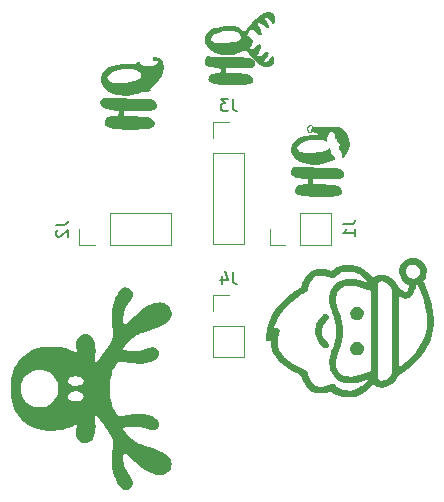
<source format=gbo>
G04 #@! TF.GenerationSoftware,KiCad,Pcbnew,8.0.6*
G04 #@! TF.CreationDate,2024-11-23T11:54:57+01:00*
G04 #@! TF.ProjectId,ChristmasTreeBrain,43687269-7374-46d6-9173-547265654272,rev?*
G04 #@! TF.SameCoordinates,Original*
G04 #@! TF.FileFunction,Legend,Bot*
G04 #@! TF.FilePolarity,Positive*
%FSLAX46Y46*%
G04 Gerber Fmt 4.6, Leading zero omitted, Abs format (unit mm)*
G04 Created by KiCad (PCBNEW 8.0.6) date 2024-11-23 11:54:57*
%MOMM*%
%LPD*%
G01*
G04 APERTURE LIST*
%ADD10C,0.150000*%
%ADD11C,0.000000*%
%ADD12C,0.120000*%
%ADD13C,2.100000*%
%ADD14C,1.750000*%
%ADD15O,2.000000X1.400000*%
%ADD16R,1.700000X1.700000*%
%ADD17O,1.700000X1.700000*%
G04 APERTURE END LIST*
D10*
X202521019Y-46077128D02*
X202521019Y-46791413D01*
X202521019Y-46791413D02*
X202568638Y-46934270D01*
X202568638Y-46934270D02*
X202663876Y-47029509D01*
X202663876Y-47029509D02*
X202806733Y-47077128D01*
X202806733Y-47077128D02*
X202901971Y-47077128D01*
X202140066Y-46077128D02*
X201521019Y-46077128D01*
X201521019Y-46077128D02*
X201854352Y-46458080D01*
X201854352Y-46458080D02*
X201711495Y-46458080D01*
X201711495Y-46458080D02*
X201616257Y-46505699D01*
X201616257Y-46505699D02*
X201568638Y-46553318D01*
X201568638Y-46553318D02*
X201521019Y-46648556D01*
X201521019Y-46648556D02*
X201521019Y-46886651D01*
X201521019Y-46886651D02*
X201568638Y-46981889D01*
X201568638Y-46981889D02*
X201616257Y-47029509D01*
X201616257Y-47029509D02*
X201711495Y-47077128D01*
X201711495Y-47077128D02*
X201997209Y-47077128D01*
X201997209Y-47077128D02*
X202092447Y-47029509D01*
X202092447Y-47029509D02*
X202140066Y-46981889D01*
X187554814Y-56746666D02*
X188269099Y-56746666D01*
X188269099Y-56746666D02*
X188411956Y-56699047D01*
X188411956Y-56699047D02*
X188507195Y-56603809D01*
X188507195Y-56603809D02*
X188554814Y-56460952D01*
X188554814Y-56460952D02*
X188554814Y-56365714D01*
X187650052Y-57175238D02*
X187602433Y-57222857D01*
X187602433Y-57222857D02*
X187554814Y-57318095D01*
X187554814Y-57318095D02*
X187554814Y-57556190D01*
X187554814Y-57556190D02*
X187602433Y-57651428D01*
X187602433Y-57651428D02*
X187650052Y-57699047D01*
X187650052Y-57699047D02*
X187745290Y-57746666D01*
X187745290Y-57746666D02*
X187840528Y-57746666D01*
X187840528Y-57746666D02*
X187983385Y-57699047D01*
X187983385Y-57699047D02*
X188554814Y-57127619D01*
X188554814Y-57127619D02*
X188554814Y-57746666D01*
X202521019Y-60727128D02*
X202521019Y-61441413D01*
X202521019Y-61441413D02*
X202568638Y-61584270D01*
X202568638Y-61584270D02*
X202663876Y-61679509D01*
X202663876Y-61679509D02*
X202806733Y-61727128D01*
X202806733Y-61727128D02*
X202901971Y-61727128D01*
X201616257Y-61060461D02*
X201616257Y-61727128D01*
X201854352Y-60679509D02*
X202092447Y-61393794D01*
X202092447Y-61393794D02*
X201473400Y-61393794D01*
X211854819Y-56686666D02*
X212569104Y-56686666D01*
X212569104Y-56686666D02*
X212711961Y-56639047D01*
X212711961Y-56639047D02*
X212807200Y-56543809D01*
X212807200Y-56543809D02*
X212854819Y-56400952D01*
X212854819Y-56400952D02*
X212854819Y-56305714D01*
X212854819Y-57686666D02*
X212854819Y-57115238D01*
X212854819Y-57400952D02*
X211854819Y-57400952D01*
X211854819Y-57400952D02*
X211997676Y-57305714D01*
X211997676Y-57305714D02*
X212092914Y-57210476D01*
X212092914Y-57210476D02*
X212140533Y-57115238D01*
D11*
G36*
X191857909Y-45975243D02*
G01*
X191876083Y-45977039D01*
X191991095Y-45984271D01*
X192176459Y-45992530D01*
X192421656Y-46001478D01*
X192716169Y-46010776D01*
X193049481Y-46020086D01*
X193411074Y-46029071D01*
X193790429Y-46037391D01*
X193860208Y-46038828D01*
X194341876Y-46049629D01*
X194747321Y-46061489D01*
X195083257Y-46076057D01*
X195356397Y-46094981D01*
X195573454Y-46119907D01*
X195741142Y-46152483D01*
X195866174Y-46194357D01*
X195955264Y-46247177D01*
X196015126Y-46312589D01*
X196052472Y-46392242D01*
X196074016Y-46487783D01*
X196086472Y-46600859D01*
X196092156Y-46682442D01*
X196088436Y-46785059D01*
X196058673Y-46851328D01*
X195993859Y-46911458D01*
X195938898Y-46949176D01*
X195846716Y-46992558D01*
X195727575Y-47026381D01*
X195572008Y-47051696D01*
X195370547Y-47069555D01*
X195113724Y-47081009D01*
X194792072Y-47087111D01*
X194396122Y-47088911D01*
X193329373Y-47088911D01*
X193329373Y-47319439D01*
X193329373Y-47549967D01*
X194031436Y-47550311D01*
X194329141Y-47552543D01*
X194731716Y-47565068D01*
X195062288Y-47589927D01*
X195327715Y-47628612D01*
X195534860Y-47682615D01*
X195690583Y-47753431D01*
X195801744Y-47842551D01*
X195875204Y-47951468D01*
X195882813Y-47967605D01*
X195919381Y-48066270D01*
X195919452Y-48154062D01*
X195884250Y-48274720D01*
X195856684Y-48347265D01*
X195808030Y-48424331D01*
X195729965Y-48476448D01*
X195596544Y-48526304D01*
X195570614Y-48534414D01*
X195370097Y-48578505D01*
X195103999Y-48614450D01*
X194787649Y-48641996D01*
X194436373Y-48660889D01*
X194065502Y-48670875D01*
X193690362Y-48671700D01*
X193326282Y-48663112D01*
X192988590Y-48644856D01*
X192692615Y-48616678D01*
X192453684Y-48578325D01*
X192235023Y-48524996D01*
X191996253Y-48443802D01*
X191827441Y-48354584D01*
X191735510Y-48260409D01*
X191713763Y-48200683D01*
X191704619Y-48048933D01*
X191736878Y-47884314D01*
X191805556Y-47743606D01*
X191822631Y-47721631D01*
X191916164Y-47639724D01*
X192045230Y-47586835D01*
X192225453Y-47558428D01*
X192472454Y-47549967D01*
X192818537Y-47549967D01*
X192847729Y-47337713D01*
X192857263Y-47259317D01*
X192864851Y-47156527D01*
X192861027Y-47109564D01*
X192827558Y-47101261D01*
X192725428Y-47086015D01*
X192572276Y-47067133D01*
X192385723Y-47046938D01*
X192226493Y-47027893D01*
X191893410Y-46962993D01*
X191638323Y-46871551D01*
X191459976Y-46753032D01*
X191357116Y-46606898D01*
X191347697Y-46582001D01*
X191323662Y-46395963D01*
X191376815Y-46189784D01*
X191426773Y-46094973D01*
X191522882Y-46005549D01*
X191661096Y-45968092D01*
X191857909Y-45975243D01*
G37*
G36*
X196072511Y-42516638D02*
G01*
X196090862Y-42534385D01*
X196169529Y-42585366D01*
X196282914Y-42645324D01*
X196406529Y-42719085D01*
X196497287Y-42815833D01*
X196581524Y-42964379D01*
X196638683Y-43091511D01*
X196670846Y-43204624D01*
X196680417Y-43331374D01*
X196673278Y-43506504D01*
X196631285Y-43785291D01*
X196511360Y-44117354D01*
X196313587Y-44438721D01*
X196034979Y-44755236D01*
X195957027Y-44831373D01*
X195810491Y-44970531D01*
X195680472Y-45089329D01*
X195588194Y-45168155D01*
X195446040Y-45280238D01*
X195571782Y-45329950D01*
X195648353Y-45363417D01*
X195663281Y-45387688D01*
X195613697Y-45414014D01*
X195604718Y-45417437D01*
X195506828Y-45438926D01*
X195383429Y-45449288D01*
X195261671Y-45448537D01*
X195168705Y-45436689D01*
X195131683Y-45413757D01*
X195128928Y-45407249D01*
X195082029Y-45411223D01*
X194995462Y-45451926D01*
X194970770Y-45465132D01*
X194848341Y-45519483D01*
X194682894Y-45583004D01*
X194502971Y-45644534D01*
X194335570Y-45690112D01*
X194012978Y-45747831D01*
X193659689Y-45781636D01*
X193303051Y-45790282D01*
X192970409Y-45772523D01*
X192735725Y-45734639D01*
X192689112Y-45727115D01*
X192349188Y-45619268D01*
X192014127Y-45447483D01*
X191741118Y-45227597D01*
X191534498Y-44963201D01*
X191398601Y-44657888D01*
X191379337Y-44580963D01*
X191366597Y-44322555D01*
X191380669Y-44257342D01*
X191904044Y-44257342D01*
X191919480Y-44382620D01*
X192017149Y-44502293D01*
X192197832Y-44620327D01*
X192271644Y-44657150D01*
X192350113Y-44685943D01*
X192441862Y-44704069D01*
X192564522Y-44713709D01*
X192735725Y-44717047D01*
X192973103Y-44716262D01*
X193137224Y-44712672D01*
X193509177Y-44687011D01*
X193854522Y-44639410D01*
X194161893Y-44572639D01*
X194419923Y-44489470D01*
X194617249Y-44392671D01*
X194742502Y-44285014D01*
X194785902Y-44196359D01*
X194783609Y-44057173D01*
X194713021Y-43912189D01*
X194580751Y-43773390D01*
X194393415Y-43652756D01*
X194308593Y-43616855D01*
X194078501Y-43559153D01*
X193802389Y-43528766D01*
X193503182Y-43526388D01*
X193203804Y-43552710D01*
X192927183Y-43608427D01*
X192840865Y-43632622D01*
X192583920Y-43714309D01*
X192384393Y-43797866D01*
X192222209Y-43892738D01*
X192077295Y-44008373D01*
X191970059Y-44122490D01*
X191904044Y-44257342D01*
X191380669Y-44257342D01*
X191423035Y-44061013D01*
X191542107Y-43817771D01*
X191717267Y-43614260D01*
X191801834Y-43547420D01*
X192063549Y-43397834D01*
X192387951Y-43274992D01*
X192762012Y-43182424D01*
X193172709Y-43123659D01*
X193607014Y-43102225D01*
X193776248Y-43103441D01*
X193945553Y-43108874D01*
X194068852Y-43117699D01*
X194127239Y-43128945D01*
X194162515Y-43133270D01*
X194222839Y-43091407D01*
X194240574Y-43073228D01*
X194329926Y-43015853D01*
X194450578Y-42963327D01*
X194514321Y-42941551D01*
X194592006Y-42921656D01*
X194623070Y-42934429D01*
X194628713Y-42982103D01*
X194640461Y-43027356D01*
X194720737Y-43105222D01*
X194879367Y-43180847D01*
X195119086Y-43255758D01*
X195196089Y-43275081D01*
X195473243Y-43317178D01*
X195707205Y-43299476D01*
X195913134Y-43219176D01*
X196106188Y-43073479D01*
X196112117Y-43067810D01*
X196183649Y-42972904D01*
X196218447Y-42876538D01*
X196212315Y-42801793D01*
X196161055Y-42771750D01*
X196135397Y-42775097D01*
X196074753Y-42813664D01*
X196065140Y-42825127D01*
X195989728Y-42852760D01*
X195890821Y-42845698D01*
X195810693Y-42805281D01*
X195772439Y-42738002D01*
X195765746Y-42624400D01*
X195810693Y-42528647D01*
X195826875Y-42515433D01*
X195914349Y-42483692D01*
X196010308Y-42483448D01*
X196072511Y-42516638D01*
G37*
G36*
X200908596Y-42501457D02*
G01*
X201049253Y-42510742D01*
X201286572Y-42521915D01*
X201568272Y-42531537D01*
X201876855Y-42539118D01*
X202194827Y-42544167D01*
X202504690Y-42546194D01*
X202750955Y-42547005D01*
X203123967Y-42551289D01*
X203432656Y-42560162D01*
X203683932Y-42574723D01*
X203884705Y-42596070D01*
X204041882Y-42625299D01*
X204162375Y-42663510D01*
X204253092Y-42711800D01*
X204320944Y-42771266D01*
X204372838Y-42843006D01*
X204414944Y-42940817D01*
X204437084Y-43089822D01*
X204417445Y-43229100D01*
X204356908Y-43331645D01*
X204314335Y-43364779D01*
X204238962Y-43402005D01*
X204136025Y-43431151D01*
X203997586Y-43453076D01*
X203815703Y-43468636D01*
X203582437Y-43478690D01*
X203289850Y-43484093D01*
X202929999Y-43485704D01*
X201953481Y-43485704D01*
X201953481Y-43692667D01*
X201953481Y-43899629D01*
X202564963Y-43899938D01*
X202802692Y-43901538D01*
X203182550Y-43912701D01*
X203495509Y-43935803D01*
X203746578Y-43972361D01*
X203940767Y-44023893D01*
X204083083Y-44091915D01*
X204178537Y-44177946D01*
X204232135Y-44283503D01*
X204248889Y-44410103D01*
X204244291Y-44516718D01*
X204212743Y-44637701D01*
X204140270Y-44719068D01*
X204014133Y-44780946D01*
X203926189Y-44809440D01*
X203771933Y-44843669D01*
X203580553Y-44869480D01*
X203344466Y-44887390D01*
X203056091Y-44897921D01*
X202707845Y-44901590D01*
X202292148Y-44898919D01*
X202268163Y-44898613D01*
X201943426Y-44893180D01*
X201683260Y-44885804D01*
X201477650Y-44875867D01*
X201316580Y-44862749D01*
X201190035Y-44845832D01*
X201088000Y-44824497D01*
X200963822Y-44790642D01*
X200745636Y-44713763D01*
X200594244Y-44628160D01*
X200503848Y-44528478D01*
X200468652Y-44409360D01*
X200482858Y-44265452D01*
X200498117Y-44207221D01*
X200547440Y-44090054D01*
X200622572Y-44007796D01*
X200735795Y-43953482D01*
X200899388Y-43920145D01*
X201125629Y-43900819D01*
X201483111Y-43880815D01*
X201494299Y-43688611D01*
X201505488Y-43496407D01*
X201212077Y-43469822D01*
X201072502Y-43455440D01*
X200752615Y-43404942D01*
X200503000Y-43335858D01*
X200321558Y-43247496D01*
X200206190Y-43139168D01*
X200193436Y-43117056D01*
X200160235Y-43008805D01*
X200147259Y-42875850D01*
X200151525Y-42785268D01*
X200181975Y-42677188D01*
X200253906Y-42577310D01*
X200360554Y-42457951D01*
X200908596Y-42501457D01*
G37*
G36*
X205670104Y-38724438D02*
G01*
X205846204Y-38795353D01*
X205979256Y-38920567D01*
X206063391Y-39096831D01*
X206092740Y-39320896D01*
X206092178Y-39365861D01*
X206075587Y-39542026D01*
X206038598Y-39660129D01*
X205984736Y-39715936D01*
X205917527Y-39705214D01*
X205840497Y-39623731D01*
X205804308Y-39573080D01*
X205689650Y-39434043D01*
X205567884Y-39310882D01*
X205455345Y-39219142D01*
X205368370Y-39174373D01*
X205311143Y-39167342D01*
X205267560Y-39193612D01*
X205280730Y-39266774D01*
X205350535Y-39388230D01*
X205457317Y-39553908D01*
X205542584Y-39708158D01*
X205589318Y-39829818D01*
X205603555Y-39931854D01*
X205600250Y-39999101D01*
X205576796Y-40049412D01*
X205518622Y-40061407D01*
X205518060Y-40061404D01*
X205446801Y-40037833D01*
X205342352Y-39977009D01*
X205227115Y-39891956D01*
X205145204Y-39826931D01*
X204956699Y-39698608D01*
X204807866Y-39632495D01*
X204699472Y-39628975D01*
X204681541Y-39635440D01*
X204633357Y-39676729D01*
X204640327Y-39745901D01*
X204702610Y-39854444D01*
X204816878Y-40039808D01*
X204908996Y-40235810D01*
X204956732Y-40404678D01*
X204957624Y-40537248D01*
X204909213Y-40624353D01*
X204886969Y-40639643D01*
X204822937Y-40651918D01*
X204739932Y-40622203D01*
X204627754Y-40545621D01*
X204476202Y-40417292D01*
X204374521Y-40331610D01*
X204242803Y-40242263D01*
X204150498Y-40211926D01*
X204121583Y-40215070D01*
X204013221Y-40270127D01*
X203894166Y-40388293D01*
X203772121Y-40562432D01*
X203690465Y-40697262D01*
X203822386Y-40740799D01*
X204002834Y-40827375D01*
X204142200Y-40957665D01*
X204219863Y-41114902D01*
X204232951Y-41287970D01*
X204178593Y-41465749D01*
X204053916Y-41637122D01*
X204003107Y-41693788D01*
X203968417Y-41764742D01*
X204001478Y-41812951D01*
X204104960Y-41849524D01*
X204122393Y-41853265D01*
X204190845Y-41851210D01*
X204265652Y-41812478D01*
X204368367Y-41727044D01*
X204529722Y-41590214D01*
X204678387Y-41490257D01*
X204791436Y-41450235D01*
X204872512Y-41468957D01*
X204925256Y-41545236D01*
X204942128Y-41645707D01*
X204916000Y-41776623D01*
X204840264Y-41939012D01*
X204711602Y-42142142D01*
X204624891Y-42272572D01*
X204579053Y-42356356D01*
X204568910Y-42405929D01*
X204589182Y-42433876D01*
X204592356Y-42435856D01*
X204671340Y-42466548D01*
X204761882Y-42461413D01*
X204874562Y-42416273D01*
X205019962Y-42326950D01*
X205208665Y-42189265D01*
X205340266Y-42103656D01*
X205450799Y-42066364D01*
X205521552Y-42084701D01*
X205550422Y-42153099D01*
X205535310Y-42265992D01*
X205474115Y-42417811D01*
X205364736Y-42602988D01*
X205272359Y-42745841D01*
X205211032Y-42858064D01*
X205194266Y-42923895D01*
X205220610Y-42949790D01*
X205288618Y-42942203D01*
X205373321Y-42912330D01*
X205471003Y-42850154D01*
X205578513Y-42747761D01*
X205710438Y-42593076D01*
X205713586Y-42589183D01*
X205800644Y-42490958D01*
X205873762Y-42424760D01*
X205917401Y-42404729D01*
X205940083Y-42420085D01*
X205985328Y-42496278D01*
X206021119Y-42611315D01*
X206040879Y-42740430D01*
X206038030Y-42858860D01*
X206034672Y-42877883D01*
X205996564Y-43015073D01*
X205942247Y-43146987D01*
X205911096Y-43198829D01*
X205787696Y-43316022D01*
X205624998Y-43383666D01*
X205434873Y-43402924D01*
X205229194Y-43374956D01*
X205019832Y-43300926D01*
X204818658Y-43181993D01*
X204637545Y-43019321D01*
X204569759Y-42945438D01*
X204455834Y-42822669D01*
X204321153Y-42678532D01*
X204182504Y-42531038D01*
X204064107Y-42402641D01*
X203938452Y-42260172D01*
X203835787Y-42137211D01*
X203770867Y-42050965D01*
X203748816Y-42019101D01*
X203679911Y-41944251D01*
X203632211Y-41936899D01*
X203629457Y-41938959D01*
X203549569Y-41982890D01*
X203418393Y-42040407D01*
X203255598Y-42104130D01*
X203080855Y-42166681D01*
X202913835Y-42220680D01*
X202774208Y-42258750D01*
X202508297Y-42310250D01*
X202098155Y-42349241D01*
X201709996Y-42337401D01*
X201596000Y-42318277D01*
X201350227Y-42277047D01*
X201025253Y-42170494D01*
X200741481Y-42020059D01*
X200505315Y-41828057D01*
X200323161Y-41596804D01*
X200201427Y-41328616D01*
X200157401Y-41100290D01*
X200169035Y-40958486D01*
X200674776Y-40958486D01*
X200698730Y-41078717D01*
X200795699Y-41190724D01*
X200964836Y-41291784D01*
X201008644Y-41309654D01*
X201097025Y-41332724D01*
X201214044Y-41346883D01*
X201375203Y-41353673D01*
X201596000Y-41354640D01*
X201708426Y-41352921D01*
X202084194Y-41330419D01*
X202425232Y-41283868D01*
X202721818Y-41215365D01*
X202964234Y-41127008D01*
X203142757Y-41020894D01*
X203170416Y-40996524D01*
X203239702Y-40886023D01*
X203240698Y-40763788D01*
X203176649Y-40637111D01*
X203050799Y-40513284D01*
X202866391Y-40399601D01*
X202860067Y-40396492D01*
X202668965Y-40332692D01*
X202428840Y-40296382D01*
X202160176Y-40288230D01*
X201883458Y-40308900D01*
X201619171Y-40359059D01*
X201593383Y-40365843D01*
X201264152Y-40473214D01*
X200996484Y-40602243D01*
X200796370Y-40750082D01*
X200724681Y-40832751D01*
X200674776Y-40958486D01*
X200169035Y-40958486D01*
X200177391Y-40856643D01*
X200270940Y-40628413D01*
X200437815Y-40416497D01*
X200465525Y-40389248D01*
X200609132Y-40266181D01*
X200761545Y-40172412D01*
X200944848Y-40096348D01*
X201181127Y-40026400D01*
X201488661Y-39956981D01*
X201896215Y-39900965D01*
X202276681Y-39890587D01*
X202622903Y-39924997D01*
X202927727Y-40003343D01*
X203184001Y-40124776D01*
X203384569Y-40288443D01*
X203522883Y-40438264D01*
X203666733Y-40202799D01*
X203704048Y-40147220D01*
X203813629Y-40007481D01*
X203965730Y-39832602D01*
X204151515Y-39632562D01*
X204362150Y-39417339D01*
X204463872Y-39316269D01*
X204636208Y-39148002D01*
X204771033Y-39022352D01*
X204878004Y-38931374D01*
X204966775Y-38867125D01*
X205047003Y-38821662D01*
X205128344Y-38787043D01*
X205212243Y-38758502D01*
X205456828Y-38711071D01*
X205670104Y-38724438D01*
G37*
G36*
X207929274Y-51821080D02*
G01*
X207938869Y-51823863D01*
X208015787Y-51831955D01*
X208160157Y-51840567D01*
X208363265Y-51849387D01*
X208616397Y-51858102D01*
X208910839Y-51866401D01*
X209237879Y-51873973D01*
X209588802Y-51880504D01*
X209918960Y-51886338D01*
X210327763Y-51895311D01*
X210669126Y-51905570D01*
X210950070Y-51917704D01*
X211177614Y-51932304D01*
X211358778Y-51949958D01*
X211500580Y-51971258D01*
X211610042Y-51996792D01*
X211694182Y-52027151D01*
X211760021Y-52062924D01*
X211857808Y-52154222D01*
X211935141Y-52293666D01*
X211968883Y-52446947D01*
X211954473Y-52591133D01*
X211887352Y-52703292D01*
X211885034Y-52705436D01*
X211823639Y-52751370D01*
X211744518Y-52788017D01*
X211638870Y-52816353D01*
X211497893Y-52837351D01*
X211312786Y-52851987D01*
X211074746Y-52861234D01*
X210774974Y-52866068D01*
X210404666Y-52867462D01*
X209350677Y-52867462D01*
X209347370Y-52996447D01*
X209342396Y-53109255D01*
X209334159Y-53214728D01*
X209332232Y-53236255D01*
X209337030Y-53264722D01*
X209362236Y-53283979D01*
X209419645Y-53295945D01*
X209521048Y-53302539D01*
X209678240Y-53305681D01*
X209903013Y-53307289D01*
X209979798Y-53307831D01*
X210188688Y-53310419D01*
X210370035Y-53314223D01*
X210506562Y-53318823D01*
X210580990Y-53323798D01*
X210587006Y-53324573D01*
X210681311Y-53334354D01*
X210823474Y-53346828D01*
X210985165Y-53359494D01*
X211182306Y-53381769D01*
X211435401Y-53444576D01*
X211617670Y-53541797D01*
X211729860Y-53674105D01*
X211772718Y-53842174D01*
X211746990Y-54046678D01*
X211713396Y-54112222D01*
X211614507Y-54191138D01*
X211452838Y-54255157D01*
X211225790Y-54304667D01*
X210930763Y-54340057D01*
X210565159Y-54361713D01*
X210126379Y-54370024D01*
X209611824Y-54365378D01*
X209482487Y-54362541D01*
X209114940Y-54350356D01*
X208813508Y-54332249D01*
X208568145Y-54306595D01*
X208368807Y-54271769D01*
X208205448Y-54226147D01*
X208068022Y-54168103D01*
X207946484Y-54096012D01*
X207935092Y-54088197D01*
X207848867Y-54017277D01*
X207811418Y-53941800D01*
X207803136Y-53824647D01*
X207805666Y-53754482D01*
X207844752Y-53582363D01*
X207935365Y-53454991D01*
X208083014Y-53368632D01*
X208293207Y-53319555D01*
X208571454Y-53304025D01*
X208874427Y-53304025D01*
X208874427Y-53094368D01*
X208874427Y-52884711D01*
X208440366Y-52838578D01*
X208154238Y-52797696D01*
X207870996Y-52727019D01*
X207660072Y-52633957D01*
X207523596Y-52519253D01*
X207481521Y-52450556D01*
X207443473Y-52298493D01*
X207456568Y-52137883D01*
X207514423Y-51989644D01*
X207610650Y-51874698D01*
X207738866Y-51813963D01*
X207750861Y-51811869D01*
X207857180Y-51805593D01*
X207929274Y-51821080D01*
G37*
G36*
X209234871Y-48250332D02*
G01*
X209292479Y-48354155D01*
X209314592Y-48442306D01*
X210414119Y-48442306D01*
X211513646Y-48442306D01*
X211751767Y-48561369D01*
X211963945Y-48700979D01*
X212157251Y-48915114D01*
X212298396Y-49184902D01*
X212385461Y-49506546D01*
X212416527Y-49876250D01*
X212414171Y-50037932D01*
X212398745Y-50178539D01*
X212363021Y-50304935D01*
X212299992Y-50451719D01*
X212279094Y-50493666D01*
X212203053Y-50621031D01*
X212111965Y-50747995D01*
X212014821Y-50865575D01*
X211920616Y-50964784D01*
X211838340Y-51036639D01*
X211776986Y-51072155D01*
X211745547Y-51062347D01*
X211753015Y-50998230D01*
X211767748Y-50917377D01*
X211754563Y-50746435D01*
X211697374Y-50570900D01*
X211604583Y-50423313D01*
X211585101Y-50400875D01*
X211522454Y-50316972D01*
X211506374Y-50254304D01*
X211527891Y-50184995D01*
X211559022Y-50093108D01*
X211569846Y-49946365D01*
X211537467Y-49817992D01*
X211468069Y-49727016D01*
X211367833Y-49692462D01*
X211347995Y-49691474D01*
X211311328Y-49666217D01*
X211319365Y-49590813D01*
X211324701Y-49567119D01*
X211320005Y-49499437D01*
X211260590Y-49467122D01*
X211251795Y-49464652D01*
X211203975Y-49435803D01*
X211181751Y-49372762D01*
X211176302Y-49253139D01*
X211165407Y-49076573D01*
X211125466Y-48949471D01*
X211050684Y-48880076D01*
X210935335Y-48859025D01*
X210892010Y-48860487D01*
X210781912Y-48891207D01*
X210687274Y-48976929D01*
X210630348Y-49067159D01*
X210565222Y-49230922D01*
X210519115Y-49417578D01*
X210501615Y-49595197D01*
X210498036Y-49658450D01*
X210486816Y-49692462D01*
X210465544Y-49685339D01*
X210388785Y-49653020D01*
X210278457Y-49603439D01*
X210207952Y-49573484D01*
X210109197Y-49543353D01*
X209993575Y-49525342D01*
X209840276Y-49516594D01*
X209628490Y-49514253D01*
X209442008Y-49518439D01*
X209071131Y-49559456D01*
X208730991Y-49649014D01*
X208395606Y-49792984D01*
X208309600Y-49843908D01*
X208184153Y-49939580D01*
X208072430Y-50046025D01*
X207992296Y-50145633D01*
X207961615Y-50220794D01*
X207962405Y-50233925D01*
X208007066Y-50334251D01*
X208108878Y-50439982D01*
X208251972Y-50533999D01*
X208373472Y-50580137D01*
X208586326Y-50620538D01*
X208844029Y-50638783D01*
X209131117Y-50636514D01*
X209432127Y-50615372D01*
X209731594Y-50577002D01*
X210014055Y-50523046D01*
X210264047Y-50455145D01*
X210466104Y-50374943D01*
X210604764Y-50284083D01*
X210611082Y-50278153D01*
X210676242Y-50224049D01*
X210721586Y-50222272D01*
X210781801Y-50270079D01*
X210841436Y-50354599D01*
X210841935Y-50465122D01*
X210838539Y-50527279D01*
X210875856Y-50669932D01*
X210959764Y-50800768D01*
X211073192Y-50888536D01*
X211147112Y-50949246D01*
X211184475Y-51067167D01*
X211187471Y-51094880D01*
X211186315Y-51159365D01*
X211157982Y-51206612D01*
X211087423Y-51253269D01*
X210959592Y-51315986D01*
X210861957Y-51360430D01*
X210452166Y-51512267D01*
X210040957Y-51612607D01*
X209635643Y-51663194D01*
X209243536Y-51665774D01*
X208871946Y-51622092D01*
X208528188Y-51533893D01*
X208219571Y-51402921D01*
X207953409Y-51230922D01*
X207737013Y-51019641D01*
X207577696Y-50770823D01*
X207482768Y-50486212D01*
X207467552Y-50296205D01*
X207512066Y-50047691D01*
X207623732Y-49812187D01*
X207795950Y-49602598D01*
X208022121Y-49431824D01*
X208082559Y-49399860D01*
X208283894Y-49319808D01*
X208536420Y-49245928D01*
X208819878Y-49182974D01*
X209114011Y-49135698D01*
X209398561Y-49108854D01*
X209823476Y-49085441D01*
X209537467Y-48942190D01*
X209523297Y-48935124D01*
X209368182Y-48863983D01*
X209274650Y-48835632D01*
X209238632Y-48848799D01*
X209204033Y-48888409D01*
X209122690Y-48924539D01*
X209086848Y-48931282D01*
X209070202Y-48928140D01*
X209007774Y-48916358D01*
X208927157Y-48842978D01*
X208925828Y-48841424D01*
X208849325Y-48696200D01*
X208846974Y-48651936D01*
X208922858Y-48651936D01*
X208990673Y-48785175D01*
X209015964Y-48814430D01*
X209070202Y-48852099D01*
X209116730Y-48830203D01*
X209141208Y-48786153D01*
X209171962Y-48681354D01*
X209195771Y-48552568D01*
X209207138Y-48431328D01*
X209200569Y-48349168D01*
X209199177Y-48345261D01*
X209153188Y-48305280D01*
X209080526Y-48327641D01*
X208996371Y-48407971D01*
X208934307Y-48515044D01*
X208922858Y-48651936D01*
X208846974Y-48651936D01*
X208840823Y-48536100D01*
X208897290Y-48381357D01*
X209015693Y-48252205D01*
X209033235Y-48240308D01*
X209141921Y-48209976D01*
X209234871Y-48250332D01*
G37*
G36*
X218017871Y-59536208D02*
G01*
X218236149Y-59601382D01*
X218440271Y-59709570D01*
X218623253Y-59860797D01*
X218778110Y-60055087D01*
X218785846Y-60067335D01*
X218887525Y-60280338D01*
X218943785Y-60511650D01*
X218955056Y-60750633D01*
X218921770Y-60986643D01*
X218844360Y-61209042D01*
X218723257Y-61407188D01*
X218655169Y-61494188D01*
X218763964Y-61710570D01*
X218837791Y-61862702D01*
X219052363Y-62376493D01*
X219232343Y-62925272D01*
X219375631Y-63500986D01*
X219480126Y-64095583D01*
X219543728Y-64701009D01*
X219549193Y-64789116D01*
X219553506Y-65231847D01*
X219515506Y-65650008D01*
X219433077Y-66051930D01*
X219304105Y-66445943D01*
X219126473Y-66840377D01*
X218898066Y-67243562D01*
X218781529Y-67422100D01*
X218542013Y-67746587D01*
X218271058Y-68068678D01*
X217977132Y-68380089D01*
X217668705Y-68672538D01*
X217354245Y-68937742D01*
X217042220Y-69167417D01*
X216741099Y-69353281D01*
X216664177Y-69396544D01*
X216594208Y-69442661D01*
X216589466Y-69445787D01*
X216537246Y-69497603D01*
X216492414Y-69568029D01*
X216439868Y-69673099D01*
X216335109Y-69850061D01*
X216189787Y-70029427D01*
X216023462Y-70185267D01*
X215850847Y-70301873D01*
X215653235Y-70396113D01*
X215400333Y-70479625D01*
X215162835Y-70514353D01*
X215129939Y-70512187D01*
X214943772Y-70499928D01*
X214746178Y-70435983D01*
X214664176Y-70392473D01*
X214573861Y-70334711D01*
X214513216Y-70284384D01*
X214446994Y-70212479D01*
X214179737Y-70484573D01*
X214008233Y-70650693D01*
X213721255Y-70889052D01*
X213435128Y-71075359D01*
X213146119Y-71211572D01*
X212850494Y-71299646D01*
X212544520Y-71341538D01*
X212425097Y-71345974D01*
X212413727Y-71345495D01*
X212138211Y-71333900D01*
X211854357Y-71292351D01*
X211583624Y-71224194D01*
X211336102Y-71132297D01*
X211121880Y-71019525D01*
X210951047Y-70888747D01*
X210879767Y-70820865D01*
X210719071Y-70876153D01*
X210427737Y-70958935D01*
X210113601Y-71007884D01*
X209814762Y-71011582D01*
X209536840Y-70970002D01*
X209285456Y-70883116D01*
X209219999Y-70848453D01*
X209060346Y-70731993D01*
X208900210Y-70575118D01*
X208747170Y-70387680D01*
X208608805Y-70179528D01*
X208492693Y-69960513D01*
X208406412Y-69740488D01*
X208330111Y-69499690D01*
X207926173Y-69306010D01*
X207706935Y-69195666D01*
X207315335Y-68969459D01*
X206961498Y-68725283D01*
X206647643Y-68465736D01*
X206375988Y-68193417D01*
X206148751Y-67910924D01*
X205968150Y-67620856D01*
X205836403Y-67325811D01*
X205755728Y-67028388D01*
X205728344Y-66731186D01*
X205728344Y-66597340D01*
X205624132Y-66596457D01*
X205531515Y-66584560D01*
X205448122Y-66536257D01*
X205380037Y-66441864D01*
X205362314Y-66401059D01*
X205349277Y-66335845D01*
X205346494Y-66243873D01*
X205352802Y-66111017D01*
X205393021Y-65748397D01*
X205454601Y-65464263D01*
X206033369Y-65464263D01*
X206132697Y-65445629D01*
X206156779Y-65441966D01*
X206279324Y-65447488D01*
X206388237Y-65488794D01*
X206465066Y-65559558D01*
X206495952Y-65640025D01*
X206497135Y-65748143D01*
X206467361Y-65889207D01*
X206405922Y-66069332D01*
X206386275Y-66121563D01*
X206358848Y-66204596D01*
X206341215Y-66282747D01*
X206331250Y-66371128D01*
X206326829Y-66484850D01*
X206325828Y-66639025D01*
X206326026Y-66720384D01*
X206328380Y-66852245D01*
X206334955Y-66949525D01*
X206347685Y-67026314D01*
X206368503Y-67096703D01*
X206399343Y-67174782D01*
X206463049Y-67315171D01*
X206574161Y-67512822D01*
X206709452Y-67697922D01*
X206881626Y-67889296D01*
X206958145Y-67965826D01*
X207262371Y-68230788D01*
X207607510Y-68473768D01*
X207997895Y-68697593D01*
X208437863Y-68905095D01*
X208552122Y-68954894D01*
X208678966Y-69015471D01*
X208768432Y-69070749D01*
X208828962Y-69129684D01*
X208869002Y-69201236D01*
X208896997Y-69294361D01*
X208921390Y-69418019D01*
X208922905Y-69426255D01*
X208972288Y-69601141D01*
X209051642Y-69780663D01*
X209153788Y-69955046D01*
X209271548Y-70114515D01*
X209397744Y-70249295D01*
X209525195Y-70349610D01*
X209646725Y-70405687D01*
X209694544Y-70416439D01*
X209881459Y-70432894D01*
X210097323Y-70419669D01*
X210329110Y-70378129D01*
X210563793Y-70309639D01*
X210661377Y-70275926D01*
X210779857Y-70236633D01*
X210875025Y-70206917D01*
X210932397Y-70191423D01*
X210932519Y-70191398D01*
X211043855Y-70195356D01*
X211148874Y-70246293D01*
X211231602Y-70336464D01*
X211232386Y-70337728D01*
X211336942Y-70457231D01*
X211488154Y-70560989D01*
X211678730Y-70646354D01*
X211901379Y-70710679D01*
X212148809Y-70751317D01*
X212413727Y-70765621D01*
X212478846Y-70764449D01*
X212712110Y-70737040D01*
X212936089Y-70670368D01*
X213161327Y-70560557D01*
X213398366Y-70403731D01*
X213435490Y-70375084D01*
X213519819Y-70304307D01*
X213615537Y-70218731D01*
X213713764Y-70126909D01*
X213805619Y-70037397D01*
X213882225Y-69958750D01*
X213934700Y-69899522D01*
X213954165Y-69868269D01*
X213937437Y-69869074D01*
X213877665Y-69883729D01*
X213784714Y-69910627D01*
X213669318Y-69946811D01*
X213526960Y-69991666D01*
X213308864Y-70053034D01*
X213113109Y-70095694D01*
X212921836Y-70122560D01*
X212717186Y-70136543D01*
X212515246Y-70139979D01*
X212481298Y-70140557D01*
X212452711Y-70140546D01*
X212290559Y-70139539D01*
X212168341Y-70135757D01*
X212072456Y-70127589D01*
X211989305Y-70113425D01*
X211905288Y-70091653D01*
X211806805Y-70060662D01*
X211762256Y-70045432D01*
X211489604Y-69921009D01*
X211254129Y-69756452D01*
X211057499Y-69554215D01*
X210901376Y-69316755D01*
X210787427Y-69046525D01*
X210717315Y-68745982D01*
X210692706Y-68417581D01*
X210692783Y-68384744D01*
X211268924Y-68384744D01*
X211288015Y-68655615D01*
X211349885Y-68898125D01*
X211453006Y-69108922D01*
X211595850Y-69284654D01*
X211776889Y-69421969D01*
X211983375Y-69513475D01*
X212231927Y-69567162D01*
X212515246Y-69579439D01*
X212832273Y-69550407D01*
X213181946Y-69480165D01*
X213563206Y-69368812D01*
X213974991Y-69216447D01*
X214232031Y-69112329D01*
X214232037Y-67967663D01*
X214819670Y-67967663D01*
X214819888Y-68294661D01*
X214820690Y-68581778D01*
X214822193Y-68831672D01*
X214824512Y-69047004D01*
X214827764Y-69230432D01*
X214832065Y-69384617D01*
X214837532Y-69512217D01*
X214844281Y-69615893D01*
X214852428Y-69698303D01*
X214862090Y-69762107D01*
X214873382Y-69809965D01*
X214886421Y-69844536D01*
X214901324Y-69868480D01*
X214918206Y-69884455D01*
X214937184Y-69895122D01*
X214958375Y-69903140D01*
X214981894Y-69911168D01*
X215007858Y-69921866D01*
X215032723Y-69933321D01*
X215080804Y-69949582D01*
X215129939Y-69950861D01*
X215197296Y-69936129D01*
X215300045Y-69904357D01*
X215302695Y-69903501D01*
X215410060Y-69866037D01*
X215504472Y-69828305D01*
X215565767Y-69798349D01*
X215696414Y-69698309D01*
X215824990Y-69562332D01*
X215922703Y-69418019D01*
X215996725Y-69279069D01*
X216004191Y-65773019D01*
X216010538Y-62793040D01*
X216594208Y-62793040D01*
X216594208Y-65780332D01*
X216594208Y-68767625D01*
X216726210Y-68677637D01*
X216926064Y-68532421D01*
X217197479Y-68310862D01*
X217469598Y-68063867D01*
X217727964Y-67804712D01*
X217958117Y-67546668D01*
X218016310Y-67475867D01*
X218310189Y-67078366D01*
X218552323Y-66676671D01*
X218741780Y-66272714D01*
X218877632Y-65868431D01*
X218958947Y-65465756D01*
X218966632Y-65401455D01*
X218982931Y-65101480D01*
X218973796Y-64764081D01*
X218940489Y-64398289D01*
X218884274Y-64013134D01*
X218806412Y-63617647D01*
X218708166Y-63220861D01*
X218590798Y-62831804D01*
X218530044Y-62653427D01*
X218445740Y-62422923D01*
X218365576Y-62223110D01*
X218291651Y-62058573D01*
X218226067Y-61933898D01*
X218170924Y-61853668D01*
X218128324Y-61822470D01*
X218109238Y-61819833D01*
X218084599Y-61821341D01*
X218066082Y-61838693D01*
X218048943Y-61881447D01*
X218028439Y-61959160D01*
X217999827Y-62081389D01*
X217974733Y-62178692D01*
X217885645Y-62423168D01*
X217789359Y-62594685D01*
X217769625Y-62629838D01*
X217629873Y-62793701D01*
X217469591Y-62909756D01*
X217332045Y-62959016D01*
X217156512Y-62974067D01*
X216968834Y-62948167D01*
X216781790Y-62881835D01*
X216594208Y-62793040D01*
X216010538Y-62793040D01*
X216011658Y-62266970D01*
X215951285Y-62105609D01*
X215866110Y-61941451D01*
X215730318Y-61783926D01*
X215559052Y-61656626D01*
X215361326Y-61566117D01*
X215146153Y-61518968D01*
X215134867Y-61517819D01*
X215051973Y-61515993D01*
X214991260Y-61536893D01*
X214923834Y-61589716D01*
X214829547Y-61673958D01*
X214823180Y-65698833D01*
X214822313Y-66207666D01*
X214821357Y-66720785D01*
X214820521Y-67183385D01*
X214819920Y-67598124D01*
X214819670Y-67967663D01*
X214232037Y-67967663D01*
X214232048Y-65728555D01*
X214232064Y-62344780D01*
X214072272Y-62274048D01*
X213946581Y-62221180D01*
X213698540Y-62128277D01*
X213429807Y-62039668D01*
X213162151Y-61962799D01*
X213035921Y-61931726D01*
X212922014Y-61910282D01*
X212805735Y-61897302D01*
X212669366Y-61890821D01*
X212495193Y-61888876D01*
X212421868Y-61888910D01*
X212278258Y-61890837D01*
X212172042Y-61896548D01*
X212090369Y-61907507D01*
X212020393Y-61925176D01*
X211949265Y-61951018D01*
X211746723Y-62053152D01*
X211573486Y-62192866D01*
X211437676Y-62370316D01*
X211334081Y-62590925D01*
X211315109Y-62648392D01*
X211291933Y-62752781D01*
X211279326Y-62877587D01*
X211274997Y-63040229D01*
X211274922Y-63058942D01*
X211275967Y-63167072D01*
X211281255Y-63262368D01*
X211293030Y-63354074D01*
X211313531Y-63451436D01*
X211345001Y-63563700D01*
X211389680Y-63700110D01*
X211449809Y-63869912D01*
X211527631Y-64082351D01*
X211543797Y-64126725D01*
X211605598Y-64305542D01*
X211665353Y-64491180D01*
X211716942Y-64664132D01*
X211754249Y-64804890D01*
X211757761Y-64819694D01*
X211781539Y-64925069D01*
X211799206Y-65019008D01*
X211811668Y-65112679D01*
X211819834Y-65217251D01*
X211824610Y-65343894D01*
X211826905Y-65503774D01*
X211827625Y-65708063D01*
X211827647Y-65736775D01*
X211827017Y-65926957D01*
X211823837Y-66091409D01*
X211816479Y-66237931D01*
X211803315Y-66374328D01*
X211782718Y-66508401D01*
X211753060Y-66647953D01*
X211712713Y-66800786D01*
X211660050Y-66974704D01*
X211593443Y-67177508D01*
X211511264Y-67417000D01*
X211411886Y-67700985D01*
X211368144Y-67828571D01*
X211324760Y-67968952D01*
X211296562Y-68085756D01*
X211279881Y-68194916D01*
X211271045Y-68312363D01*
X211268924Y-68384744D01*
X210692783Y-68384744D01*
X210692879Y-68344171D01*
X210696879Y-68211625D01*
X210707671Y-68089906D01*
X210727552Y-67968605D01*
X210758818Y-67837313D01*
X210803768Y-67685619D01*
X210864700Y-67503115D01*
X210943909Y-67279389D01*
X210994236Y-67136506D01*
X211054127Y-66959151D01*
X211107821Y-66792491D01*
X211150896Y-66650314D01*
X211178930Y-66546409D01*
X211228707Y-66276979D01*
X211260190Y-65937186D01*
X211263665Y-65585427D01*
X211239047Y-65241077D01*
X211186246Y-64923508D01*
X211166651Y-64848021D01*
X211129001Y-64721387D01*
X211079587Y-64566510D01*
X211022548Y-64396305D01*
X210962021Y-64223689D01*
X210899187Y-64047116D01*
X210831204Y-63848721D01*
X210779736Y-63685217D01*
X210742567Y-63546978D01*
X210717476Y-63424376D01*
X210702247Y-63307785D01*
X210694659Y-63187576D01*
X210692495Y-63054124D01*
X210704628Y-62810498D01*
X210761519Y-62499301D01*
X210864126Y-62217078D01*
X211011524Y-61965682D01*
X211202789Y-61746964D01*
X211436996Y-61562776D01*
X211601781Y-61470704D01*
X211871721Y-61371001D01*
X212173477Y-61312679D01*
X212503797Y-61295838D01*
X212859431Y-61320578D01*
X213237128Y-61387000D01*
X213633638Y-61495203D01*
X213747072Y-61530333D01*
X213849170Y-61559749D01*
X213920311Y-61577697D01*
X213949583Y-61581207D01*
X213935745Y-61558797D01*
X213889385Y-61505518D01*
X213817771Y-61429408D01*
X213728206Y-61338474D01*
X213710357Y-61320829D01*
X213444418Y-61086350D01*
X213175655Y-60901485D01*
X212908176Y-60769086D01*
X212892100Y-60762759D01*
X212806077Y-60731751D01*
X212728175Y-60711734D01*
X212642477Y-60700462D01*
X212533069Y-60695692D01*
X212384033Y-60695178D01*
X212320639Y-60696022D01*
X212040738Y-60715653D01*
X211801589Y-60763034D01*
X211595613Y-60840870D01*
X211415231Y-60951863D01*
X211252861Y-61098719D01*
X211175030Y-61180207D01*
X211120381Y-61229589D01*
X211075862Y-61253241D01*
X211027437Y-61258588D01*
X210961066Y-61253054D01*
X210908223Y-61244124D01*
X210800119Y-61217665D01*
X210670144Y-61179577D01*
X210536003Y-61134786D01*
X210409912Y-61091232D01*
X210299127Y-61058903D01*
X210199981Y-61040165D01*
X210091427Y-61031169D01*
X209952414Y-61028065D01*
X209870066Y-61027777D01*
X209754862Y-61030761D01*
X209672476Y-61040058D01*
X209608260Y-61057764D01*
X209547564Y-61085973D01*
X209419474Y-61174654D01*
X209277708Y-61318434D01*
X209147660Y-61496653D01*
X209036367Y-61698046D01*
X208950869Y-61911348D01*
X208898204Y-62125293D01*
X208881624Y-62204842D01*
X208852213Y-62295083D01*
X208820629Y-62349472D01*
X208819577Y-62350486D01*
X208775332Y-62384379D01*
X208694872Y-62438864D01*
X208589295Y-62506638D01*
X208469699Y-62580397D01*
X208410550Y-62616552D01*
X207950735Y-62926337D01*
X207528895Y-63263059D01*
X207148374Y-63623297D01*
X206812519Y-64003631D01*
X206524677Y-64400639D01*
X206288191Y-64810901D01*
X206276098Y-64835593D01*
X206225301Y-64949288D01*
X206170021Y-65084808D01*
X206120247Y-65217946D01*
X206033369Y-65464263D01*
X205454601Y-65464263D01*
X205493666Y-65284018D01*
X205648646Y-64830513D01*
X205857783Y-64388303D01*
X206120898Y-63957810D01*
X206437814Y-63539457D01*
X206638483Y-63315273D01*
X206898333Y-63057416D01*
X207186161Y-62799183D01*
X207489543Y-62551163D01*
X207796058Y-62323947D01*
X208093284Y-62128126D01*
X208145230Y-62096236D01*
X208236336Y-62038004D01*
X208294035Y-61993327D01*
X208328197Y-61951536D01*
X208348691Y-61901957D01*
X208365387Y-61833919D01*
X208415989Y-61665511D01*
X208514197Y-61443001D01*
X208644271Y-61216746D01*
X208797842Y-61001001D01*
X208966541Y-60810021D01*
X208986911Y-60790000D01*
X209188566Y-60629847D01*
X209412260Y-60517987D01*
X209660392Y-60453771D01*
X209935362Y-60436549D01*
X210239571Y-60465673D01*
X210313420Y-60478548D01*
X210460092Y-60508191D01*
X210595732Y-60540275D01*
X210698322Y-60569806D01*
X210866460Y-60626587D01*
X211013868Y-60516449D01*
X211112288Y-60447225D01*
X211365626Y-60307818D01*
X211646293Y-60207886D01*
X211684310Y-60197824D01*
X211861945Y-60159925D01*
X212058091Y-60129741D01*
X212254785Y-60109251D01*
X212434066Y-60100433D01*
X212577972Y-60105266D01*
X212644014Y-60113090D01*
X212966870Y-60182929D01*
X213282312Y-60304963D01*
X213591880Y-60480035D01*
X213897114Y-60708989D01*
X214199553Y-60992665D01*
X214431047Y-61231655D01*
X214569586Y-61122147D01*
X214593260Y-61103987D01*
X214782170Y-60995458D01*
X214986453Y-60939876D01*
X215207061Y-60937094D01*
X215444946Y-60986964D01*
X215656576Y-61064114D01*
X215924388Y-61204824D01*
X216149940Y-61380499D01*
X216332369Y-61590428D01*
X216470812Y-61833898D01*
X216480104Y-61853435D01*
X216550826Y-61964027D01*
X216648332Y-62076183D01*
X216762662Y-62182185D01*
X216883856Y-62274317D01*
X217001951Y-62344862D01*
X217106989Y-62386103D01*
X217189008Y-62390322D01*
X217217136Y-62379880D01*
X217281717Y-62325113D01*
X217342385Y-62224965D01*
X217402560Y-62074374D01*
X217438697Y-61962017D01*
X217450246Y-61887250D01*
X217432050Y-61836243D01*
X217379058Y-61794866D01*
X217286217Y-61748989D01*
X217192662Y-61699386D01*
X217006444Y-61560166D01*
X216846833Y-61385178D01*
X216726898Y-61187539D01*
X216654170Y-60977101D01*
X216621957Y-60739880D01*
X216624853Y-60685625D01*
X217183492Y-60685625D01*
X217190838Y-60747678D01*
X217210643Y-60840127D01*
X217264823Y-60972143D01*
X217363158Y-61095795D01*
X217491867Y-61196477D01*
X217638188Y-61264283D01*
X217789359Y-61289308D01*
X217885557Y-61280294D01*
X218037482Y-61227392D01*
X218170707Y-61135109D01*
X218277936Y-61012648D01*
X218351873Y-60869211D01*
X218385220Y-60713999D01*
X218370681Y-60556214D01*
X218320443Y-60423488D01*
X218226211Y-60288461D01*
X218105285Y-60189403D01*
X217966085Y-60126555D01*
X217817030Y-60100158D01*
X217666539Y-60110451D01*
X217523032Y-60157675D01*
X217394928Y-60242071D01*
X217290646Y-60363878D01*
X217218606Y-60523336D01*
X217208579Y-60557100D01*
X217189205Y-60630067D01*
X217183492Y-60685625D01*
X216624853Y-60685625D01*
X216634776Y-60499741D01*
X216691882Y-60269478D01*
X216792529Y-60061886D01*
X216802061Y-60047136D01*
X216958600Y-59854724D01*
X217142889Y-59705182D01*
X217347946Y-59598536D01*
X217566785Y-59534810D01*
X217792421Y-59514026D01*
X218017871Y-59536208D01*
G37*
G36*
X210529374Y-64301354D02*
G01*
X210612109Y-64374828D01*
X210660442Y-64482504D01*
X210666179Y-64519782D01*
X210659781Y-64590200D01*
X210625583Y-64665362D01*
X210558284Y-64755132D01*
X210452584Y-64869378D01*
X210380583Y-64948331D01*
X210229199Y-65165312D01*
X210130712Y-65397088D01*
X210085752Y-65641848D01*
X210094948Y-65897781D01*
X210110886Y-65985710D01*
X210179608Y-66189754D01*
X210294373Y-66387202D01*
X210459518Y-66586239D01*
X210478644Y-66606694D01*
X210570316Y-66713420D01*
X210634411Y-66803711D01*
X210663699Y-66867606D01*
X210661780Y-66966385D01*
X210617185Y-67066022D01*
X210539703Y-67145594D01*
X210441150Y-67193307D01*
X210333341Y-67197366D01*
X210295115Y-67186656D01*
X210178494Y-67123339D01*
X210054936Y-67017938D01*
X209930704Y-66878824D01*
X209812056Y-66714371D01*
X209705254Y-66532951D01*
X209616558Y-66342937D01*
X209552228Y-66152701D01*
X209512649Y-65918927D01*
X209509535Y-65656080D01*
X209542590Y-65386761D01*
X209609796Y-65127181D01*
X209709133Y-64893550D01*
X209714864Y-64882974D01*
X209805731Y-64740895D01*
X209923359Y-64589339D01*
X210051088Y-64448297D01*
X210172261Y-64337761D01*
X210194352Y-64321606D01*
X210308537Y-64271197D01*
X210424197Y-64265629D01*
X210529374Y-64301354D01*
G37*
G36*
X213258780Y-66671277D02*
G01*
X213408305Y-66755728D01*
X213526793Y-66880106D01*
X213530462Y-66885422D01*
X213570987Y-66951366D01*
X213594047Y-67014211D01*
X213604397Y-67093486D01*
X213606790Y-67208719D01*
X213606782Y-67218508D01*
X213603980Y-67330541D01*
X213592884Y-67408004D01*
X213568740Y-67470425D01*
X213526793Y-67537332D01*
X213461338Y-67615243D01*
X213322967Y-67716768D01*
X213161187Y-67774872D01*
X212988922Y-67783639D01*
X212969714Y-67781361D01*
X212798941Y-67732300D01*
X212655683Y-67638035D01*
X212546892Y-67504646D01*
X212479522Y-67338213D01*
X212464903Y-67182620D01*
X212497114Y-67023535D01*
X212572169Y-66880055D01*
X212683521Y-66761236D01*
X212824622Y-66676132D01*
X212988922Y-66633799D01*
X213091142Y-66632671D01*
X213258780Y-66671277D01*
G37*
G36*
X213212679Y-63690628D02*
G01*
X213257345Y-63705618D01*
X213406129Y-63790068D01*
X213520803Y-63912432D01*
X213594584Y-64063662D01*
X213620685Y-64234709D01*
X213618495Y-64291746D01*
X213580592Y-64466706D01*
X213499636Y-64612143D01*
X213380882Y-64722682D01*
X213229582Y-64792948D01*
X213050992Y-64817564D01*
X213005009Y-64815876D01*
X212834709Y-64778466D01*
X212686723Y-64696791D01*
X212570144Y-64577239D01*
X212494063Y-64426199D01*
X212467750Y-64299963D01*
X212475357Y-64135398D01*
X212526962Y-63985349D01*
X212615930Y-63856610D01*
X212735622Y-63755975D01*
X212879402Y-63690238D01*
X213040633Y-63666191D01*
X213212679Y-63690628D01*
G37*
G36*
X193598106Y-62048342D02*
G01*
X193749999Y-62114753D01*
X193881199Y-62218179D01*
X193981907Y-62349747D01*
X194042326Y-62500587D01*
X194052657Y-62661828D01*
X194041131Y-62734984D01*
X194010053Y-62845280D01*
X193958170Y-62968298D01*
X193881263Y-63112500D01*
X193775112Y-63286348D01*
X193635498Y-63498302D01*
X193610575Y-63535604D01*
X193513006Y-63688759D01*
X193428736Y-63832024D01*
X193365066Y-63952542D01*
X193329302Y-64037453D01*
X193318950Y-64076249D01*
X193296475Y-64202189D01*
X193278736Y-64359508D01*
X193266387Y-64533097D01*
X193260080Y-64707845D01*
X193260467Y-64868644D01*
X193268201Y-65000384D01*
X193283935Y-65087956D01*
X193290297Y-65106180D01*
X193329766Y-65176598D01*
X193381012Y-65198018D01*
X193388002Y-65196582D01*
X193440156Y-65164304D01*
X193530069Y-65091300D01*
X193655127Y-64979882D01*
X193812713Y-64832361D01*
X194000210Y-64651047D01*
X194250388Y-64409834D01*
X194479745Y-64198165D01*
X194684350Y-64021255D01*
X194871306Y-63873501D01*
X195047720Y-63749297D01*
X195220694Y-63643041D01*
X195397335Y-63549130D01*
X195421720Y-63537133D01*
X195669720Y-63427149D01*
X195892340Y-63354255D01*
X196105688Y-63314175D01*
X196325873Y-63302631D01*
X196513965Y-63317136D01*
X196746825Y-63377489D01*
X196948694Y-63480415D01*
X197114426Y-63621248D01*
X197238873Y-63795325D01*
X197316886Y-63997981D01*
X197343319Y-64224551D01*
X197337803Y-64326519D01*
X197293554Y-64517274D01*
X197200711Y-64695320D01*
X197054085Y-64872279D01*
X197033054Y-64893600D01*
X196918741Y-64998529D01*
X196791908Y-65095264D01*
X196646029Y-65187007D01*
X196474581Y-65276960D01*
X196271038Y-65368326D01*
X196028876Y-65464308D01*
X195741571Y-65568108D01*
X195402598Y-65682930D01*
X195331157Y-65706606D01*
X195087220Y-65788541D01*
X194889204Y-65857700D01*
X194728119Y-65918003D01*
X194594976Y-65973369D01*
X194480784Y-66027719D01*
X194376555Y-66084971D01*
X194273298Y-66149047D01*
X194162024Y-66223866D01*
X194047583Y-66308876D01*
X193900508Y-66433529D01*
X193754680Y-66571837D01*
X193616482Y-66716355D01*
X193492299Y-66859639D01*
X193388516Y-66994247D01*
X193311516Y-67112734D01*
X193267684Y-67207657D01*
X193263405Y-67271572D01*
X193280709Y-67296482D01*
X193349895Y-67334504D01*
X193469639Y-67363425D01*
X193642147Y-67383560D01*
X193869629Y-67395224D01*
X194154292Y-67398733D01*
X194708420Y-67397914D01*
X195127759Y-67254792D01*
X195181940Y-67236462D01*
X195367104Y-67177456D01*
X195512409Y-67138638D01*
X195629933Y-67117113D01*
X195731754Y-67109985D01*
X195781558Y-67111035D01*
X195961387Y-67144094D01*
X196105006Y-67217622D01*
X196209820Y-67323967D01*
X196273231Y-67455474D01*
X196292642Y-67604492D01*
X196265458Y-67763366D01*
X196189081Y-67924444D01*
X196060914Y-68080072D01*
X195951398Y-68170356D01*
X195740617Y-68288741D01*
X195485939Y-68379584D01*
X195193441Y-68442060D01*
X194869197Y-68475343D01*
X194519284Y-68478608D01*
X194149778Y-68451028D01*
X193766756Y-68391779D01*
X193508934Y-68346398D01*
X193245639Y-68313663D01*
X193036877Y-68305444D01*
X192882690Y-68321743D01*
X192783119Y-68362562D01*
X192698301Y-68448671D01*
X192606162Y-68583680D01*
X192511693Y-68757164D01*
X192419535Y-68958952D01*
X192334332Y-69178873D01*
X192260728Y-69406757D01*
X192203367Y-69632432D01*
X192187565Y-69708612D01*
X192168321Y-69817252D01*
X192154428Y-69926298D01*
X192145061Y-70047650D01*
X192139394Y-70193203D01*
X192136599Y-70374856D01*
X192135852Y-70604504D01*
X192136148Y-70760111D01*
X192138135Y-70957153D01*
X192142707Y-71113946D01*
X192150689Y-71242388D01*
X192162909Y-71354376D01*
X192180193Y-71461806D01*
X192203367Y-71576576D01*
X192260443Y-71801266D01*
X192333986Y-72029162D01*
X192419149Y-72249139D01*
X192511286Y-72451027D01*
X192605756Y-72624655D01*
X192697915Y-72759852D01*
X192783119Y-72846447D01*
X192861173Y-72881851D01*
X193005737Y-72902472D01*
X193204882Y-72898575D01*
X193458569Y-72870160D01*
X193766756Y-72817229D01*
X194014270Y-72775455D01*
X194389299Y-72736664D01*
X194746904Y-72729011D01*
X195081010Y-72751672D01*
X195385539Y-72803821D01*
X195654417Y-72884631D01*
X195881567Y-72993278D01*
X196060914Y-73128936D01*
X196097604Y-73166535D01*
X196212709Y-73324225D01*
X196276668Y-73485470D01*
X196292076Y-73642618D01*
X196261532Y-73788014D01*
X196187630Y-73914006D01*
X196072969Y-74012940D01*
X195920145Y-74077164D01*
X195731754Y-74099023D01*
X195707001Y-74098429D01*
X195602372Y-74087958D01*
X195479008Y-74062363D01*
X195324829Y-74018748D01*
X195127759Y-73954217D01*
X194708420Y-73811095D01*
X194154292Y-73810276D01*
X193990497Y-73811216D01*
X193737561Y-73819172D01*
X193540592Y-73835456D01*
X193397382Y-73860385D01*
X193305723Y-73894274D01*
X193263405Y-73937436D01*
X193263481Y-73985943D01*
X193299960Y-74075296D01*
X193370876Y-74189692D01*
X193469845Y-74321688D01*
X193590481Y-74463841D01*
X193726402Y-74608706D01*
X193871222Y-74748841D01*
X194018558Y-74876801D01*
X194162024Y-74985142D01*
X194191982Y-75005680D01*
X194300329Y-75077353D01*
X194402976Y-75139295D01*
X194508914Y-75195424D01*
X194627131Y-75249660D01*
X194766619Y-75305924D01*
X194936366Y-75368135D01*
X195145363Y-75440214D01*
X195402598Y-75526079D01*
X195471896Y-75549097D01*
X195800458Y-75661557D01*
X196078602Y-75763610D01*
X196312854Y-75858459D01*
X196509738Y-75949306D01*
X196675778Y-76039354D01*
X196817500Y-76131806D01*
X196941427Y-76229863D01*
X197054085Y-76336730D01*
X197133210Y-76424312D01*
X197252749Y-76600354D01*
X197321056Y-76783195D01*
X197343319Y-76984457D01*
X197343297Y-77010897D01*
X197335671Y-77140953D01*
X197310261Y-77248617D01*
X197260217Y-77365291D01*
X197169847Y-77514799D01*
X197011279Y-77681806D01*
X196815349Y-77804135D01*
X196585674Y-77879691D01*
X196325873Y-77906377D01*
X196305129Y-77906394D01*
X196086233Y-77892431D01*
X195872707Y-77849542D01*
X195648444Y-77773449D01*
X195397335Y-77659878D01*
X195227572Y-77569883D01*
X195054587Y-77464223D01*
X194878446Y-77340837D01*
X194692042Y-77194121D01*
X194488271Y-77018472D01*
X194260029Y-76808287D01*
X194000210Y-76557961D01*
X193949275Y-76508229D01*
X193769220Y-76335385D01*
X193619751Y-76196929D01*
X193503482Y-76095170D01*
X193423030Y-76032420D01*
X193381012Y-76010990D01*
X193370745Y-76011619D01*
X193322171Y-76041021D01*
X193283935Y-76121053D01*
X193276525Y-76150390D01*
X193264126Y-76257759D01*
X193259460Y-76403147D01*
X193261876Y-76571446D01*
X193270720Y-76747545D01*
X193285341Y-76916336D01*
X193305086Y-77062710D01*
X193329302Y-77171556D01*
X193335170Y-77188587D01*
X193378475Y-77283408D01*
X193447821Y-77410628D01*
X193535891Y-77557357D01*
X193635366Y-77710707D01*
X193655427Y-77740542D01*
X193802794Y-77967208D01*
X193914216Y-78156122D01*
X193992235Y-78314345D01*
X194039395Y-78448934D01*
X194058239Y-78566948D01*
X194051309Y-78675447D01*
X194021150Y-78781488D01*
X193993084Y-78842003D01*
X193894276Y-78975444D01*
X193762974Y-79084835D01*
X193614802Y-79158806D01*
X193465377Y-79185990D01*
X193338869Y-79167831D01*
X193179086Y-79093737D01*
X193023132Y-78965588D01*
X192873291Y-78786664D01*
X192731847Y-78560242D01*
X192601084Y-78289602D01*
X192483285Y-77978022D01*
X192380734Y-77628782D01*
X192372946Y-77597927D01*
X192323047Y-77363849D01*
X192290336Y-77126753D01*
X192274446Y-76875662D01*
X192275012Y-76599599D01*
X192291668Y-76287587D01*
X192324047Y-75928648D01*
X192325605Y-75913595D01*
X192344996Y-75716787D01*
X192361767Y-75529509D01*
X192374919Y-75364262D01*
X192383452Y-75233550D01*
X192386364Y-75149874D01*
X192378815Y-75041529D01*
X192345711Y-74896711D01*
X192282560Y-74738315D01*
X192185337Y-74556669D01*
X192050014Y-74342102D01*
X191969399Y-74219742D01*
X191857606Y-74047857D01*
X191742189Y-73868509D01*
X191638329Y-73705184D01*
X191590565Y-73629955D01*
X191445713Y-73409731D01*
X191321471Y-73235283D01*
X191213093Y-73100587D01*
X191115833Y-72999616D01*
X191024946Y-72926347D01*
X190982519Y-72897769D01*
X190898736Y-72849326D01*
X190851410Y-72841090D01*
X190834089Y-72873830D01*
X190840322Y-72948313D01*
X190841529Y-72955987D01*
X190851439Y-73035870D01*
X190864040Y-73157927D01*
X190877837Y-73306964D01*
X190891340Y-73467781D01*
X190906642Y-73751295D01*
X190900378Y-74091683D01*
X190862460Y-74384422D01*
X190792187Y-74631779D01*
X190688859Y-74836026D01*
X190551775Y-74999431D01*
X190380236Y-75124265D01*
X190326953Y-75151658D01*
X190136736Y-75210659D01*
X189947004Y-75213870D01*
X189764845Y-75164011D01*
X189597347Y-75063801D01*
X189451597Y-74915958D01*
X189334682Y-74723201D01*
X189323070Y-74697849D01*
X189289329Y-74611180D01*
X189269628Y-74524995D01*
X189260572Y-74419207D01*
X189258770Y-74273726D01*
X189270132Y-74049235D01*
X189307191Y-73844674D01*
X189374934Y-73642899D01*
X189376206Y-73633582D01*
X189348999Y-73630147D01*
X189276155Y-73655479D01*
X189225644Y-73678359D01*
X189154734Y-73710480D01*
X188922431Y-73816247D01*
X188530319Y-73967079D01*
X188150341Y-74074624D01*
X187768295Y-74142574D01*
X187369976Y-74174624D01*
X187362319Y-74174904D01*
X186870557Y-74168460D01*
X186405219Y-74113867D01*
X186063497Y-74034424D01*
X185968805Y-74012410D01*
X185563815Y-73865375D01*
X185192749Y-73674048D01*
X184858105Y-73439714D01*
X184562385Y-73163660D01*
X184308088Y-72847171D01*
X184097714Y-72491533D01*
X184017368Y-72318301D01*
X183893695Y-71979099D01*
X183799643Y-71606058D01*
X183732240Y-71188584D01*
X183730704Y-71175676D01*
X183718550Y-71010652D01*
X183713439Y-70804108D01*
X183714879Y-70572395D01*
X183715373Y-70556563D01*
X184560678Y-70556563D01*
X184577928Y-70852837D01*
X184647896Y-71135362D01*
X184767414Y-71398252D01*
X184933316Y-71635623D01*
X185142433Y-71841589D01*
X185391597Y-72010266D01*
X185677641Y-72135768D01*
X185684479Y-72138023D01*
X185857288Y-72175690D01*
X186063497Y-72192532D01*
X186281461Y-72188866D01*
X186489539Y-72165009D01*
X186666085Y-72121279D01*
X186686773Y-72113909D01*
X186965426Y-71981785D01*
X187211278Y-71802609D01*
X187418786Y-71582191D01*
X187582407Y-71326342D01*
X187611876Y-71252673D01*
X188570010Y-71252673D01*
X188595935Y-71355865D01*
X188656402Y-71452926D01*
X188765021Y-71546406D01*
X188902414Y-71611863D01*
X189059112Y-71650186D01*
X189225644Y-71662266D01*
X189392539Y-71648989D01*
X189550327Y-71611246D01*
X189689536Y-71549925D01*
X189800697Y-71465915D01*
X189874339Y-71360105D01*
X189900991Y-71233383D01*
X189900306Y-71213996D01*
X189865233Y-71099449D01*
X189784053Y-71003747D01*
X189666483Y-70928158D01*
X189522236Y-70873950D01*
X189361028Y-70842393D01*
X189192574Y-70834755D01*
X189187981Y-70835241D01*
X189026590Y-70852305D01*
X188872790Y-70896312D01*
X188740890Y-70968045D01*
X188640605Y-71068773D01*
X188590916Y-71153773D01*
X188570010Y-71252673D01*
X187611876Y-71252673D01*
X187696601Y-71040872D01*
X187725088Y-70900421D01*
X187741292Y-70712949D01*
X187741945Y-70512720D01*
X187727048Y-70323270D01*
X187696601Y-70168136D01*
X187690302Y-70147214D01*
X187590954Y-69908157D01*
X188583333Y-69908157D01*
X188588167Y-70028171D01*
X188644675Y-70141498D01*
X188749663Y-70240682D01*
X188899937Y-70318265D01*
X189008529Y-70350972D01*
X189187981Y-70375466D01*
X189366037Y-70368532D01*
X189533143Y-70333432D01*
X189679745Y-70273426D01*
X189796290Y-70191775D01*
X189873223Y-70091740D01*
X189900991Y-69976582D01*
X189900239Y-69952860D01*
X189864031Y-69820378D01*
X189776889Y-69711596D01*
X189643527Y-69629576D01*
X189468661Y-69577383D01*
X189257005Y-69558080D01*
X189172816Y-69559500D01*
X188954928Y-69588295D01*
X188783329Y-69653647D01*
X188658800Y-69755299D01*
X188633366Y-69788914D01*
X188583333Y-69908157D01*
X187590954Y-69908157D01*
X187572452Y-69863637D01*
X187405562Y-69610090D01*
X187195177Y-69392382D01*
X186946837Y-69216325D01*
X186666085Y-69087729D01*
X186658661Y-69085184D01*
X186479994Y-69042354D01*
X186270956Y-69019457D01*
X186053151Y-69016805D01*
X185848178Y-69034708D01*
X185677641Y-69073478D01*
X185602201Y-69100901D01*
X185326488Y-69238243D01*
X185084901Y-69419515D01*
X184882911Y-69639044D01*
X184725991Y-69891159D01*
X184619612Y-70170188D01*
X184599315Y-70252424D01*
X184560678Y-70556563D01*
X183715373Y-70556563D01*
X183722378Y-70331865D01*
X183735447Y-70098871D01*
X183753594Y-69889764D01*
X183776327Y-69720896D01*
X183787529Y-69659268D01*
X183891787Y-69240762D01*
X184039040Y-68848986D01*
X184226103Y-68490184D01*
X184449791Y-68170599D01*
X184706922Y-67896474D01*
X184817640Y-67800163D01*
X185161913Y-67553656D01*
X185541933Y-67353632D01*
X185955223Y-67200891D01*
X186399310Y-67096236D01*
X186871720Y-67040467D01*
X187369976Y-67034385D01*
X187597886Y-67048300D01*
X187985264Y-67100182D01*
X188364396Y-67190052D01*
X188749485Y-67321603D01*
X189154734Y-67498529D01*
X189209719Y-67524330D01*
X189311201Y-67567261D01*
X189365293Y-67580887D01*
X189374934Y-67566110D01*
X189306139Y-67352569D01*
X189263923Y-67114832D01*
X189254235Y-66881085D01*
X189277634Y-66666389D01*
X189334682Y-66485808D01*
X189341252Y-66472002D01*
X189461370Y-66281617D01*
X189609573Y-66138256D01*
X189778098Y-66042894D01*
X189959183Y-65996506D01*
X190145065Y-66000066D01*
X190327981Y-66054548D01*
X190500169Y-66160928D01*
X190653867Y-66320180D01*
X190672293Y-66345266D01*
X190777003Y-66536237D01*
X190850871Y-66770619D01*
X190894259Y-67050609D01*
X190907532Y-67378405D01*
X190891051Y-67756204D01*
X190887785Y-67797773D01*
X190874379Y-67957280D01*
X190861132Y-68099546D01*
X190849420Y-68210400D01*
X190840619Y-68275672D01*
X190837381Y-68296236D01*
X190840817Y-68355546D01*
X190874370Y-68371008D01*
X190941502Y-68342528D01*
X191045678Y-68270011D01*
X191162161Y-68162544D01*
X191302982Y-67996383D01*
X191462230Y-67776549D01*
X191638863Y-67504386D01*
X191711982Y-67388182D01*
X191811833Y-67232131D01*
X191919394Y-67066101D01*
X192021268Y-66910884D01*
X192092579Y-66802469D01*
X192189740Y-66648632D01*
X192264718Y-66514776D01*
X192319402Y-66390969D01*
X192355682Y-66267276D01*
X192375449Y-66133765D01*
X192380591Y-65980500D01*
X192372999Y-65797549D01*
X192354562Y-65574978D01*
X192327170Y-65302853D01*
X192311636Y-65143635D01*
X192294170Y-64937502D01*
X192280251Y-64741773D01*
X192271017Y-64572813D01*
X192267607Y-64446988D01*
X192275873Y-64217684D01*
X192310528Y-63915792D01*
X192369481Y-63615129D01*
X192449778Y-63322212D01*
X192548465Y-63043555D01*
X192662585Y-62785672D01*
X192789184Y-62555078D01*
X192925307Y-62358288D01*
X193067999Y-62201815D01*
X193214305Y-62092175D01*
X193361271Y-62035882D01*
X193435317Y-62027815D01*
X193598106Y-62048342D01*
G37*
D12*
X200857686Y-48062309D02*
X202187686Y-48062309D01*
X200857686Y-49392309D02*
X200857686Y-48062309D01*
X200857686Y-50662309D02*
X203517686Y-50662309D01*
X200857686Y-58342309D02*
X200857686Y-50662309D01*
X200857686Y-58342309D02*
X203517686Y-58342309D01*
X203517686Y-58342309D02*
X203517686Y-50662309D01*
X189539995Y-58410000D02*
X189539995Y-57080000D01*
X190869995Y-58410000D02*
X189539995Y-58410000D01*
X192139995Y-58410000D02*
X192139995Y-55750000D01*
X197279995Y-55750000D02*
X192139995Y-55750000D01*
X197279995Y-58410000D02*
X192139995Y-58410000D01*
X197279995Y-58410000D02*
X197279995Y-55750000D01*
X200857686Y-62712309D02*
X202187686Y-62712309D01*
X200857686Y-64042309D02*
X200857686Y-62712309D01*
X200857686Y-65312309D02*
X203517686Y-65312309D01*
X200857686Y-67912309D02*
X200857686Y-65312309D01*
X200857686Y-67912309D02*
X203517686Y-67912309D01*
X203517686Y-67912309D02*
X203517686Y-65312309D01*
X205634995Y-58410000D02*
X205634995Y-57080000D01*
X206964995Y-58410000D02*
X205634995Y-58410000D01*
X208234995Y-58410000D02*
X208234995Y-55750000D01*
X210834995Y-55750000D02*
X208234995Y-55750000D01*
X210834995Y-58410000D02*
X208234995Y-58410000D01*
X210834995Y-58410000D02*
X210834995Y-55750000D01*
%LPC*%
D13*
X206680000Y-48150000D03*
X213690000Y-48150000D03*
D14*
X207930000Y-45660000D03*
X212430000Y-45660000D03*
D15*
X183740000Y-46240000D03*
X183740000Y-48780000D03*
X183740000Y-51320000D03*
X183740000Y-53860000D03*
X183740000Y-56400000D03*
X183740000Y-58940000D03*
X183740000Y-61480000D03*
X183740000Y-64020000D03*
X183740000Y-66560000D03*
X198980000Y-66560000D03*
X198980000Y-64020000D03*
X198980000Y-61480000D03*
X198980000Y-58940000D03*
X198980000Y-56400000D03*
X198980000Y-53860000D03*
X198980000Y-51320000D03*
X198980000Y-48780000D03*
X198980000Y-46240000D03*
D16*
X202187686Y-49392309D03*
D17*
X202187686Y-51932309D03*
X202187686Y-54472309D03*
X202187686Y-57012309D03*
D16*
X190869995Y-57080000D03*
D17*
X193409995Y-57080000D03*
X195949995Y-57080000D03*
D16*
X202187686Y-64042309D03*
D17*
X202187686Y-66582309D03*
D16*
X206964995Y-57080000D03*
D17*
X209504995Y-57080000D03*
%LPD*%
M02*

</source>
